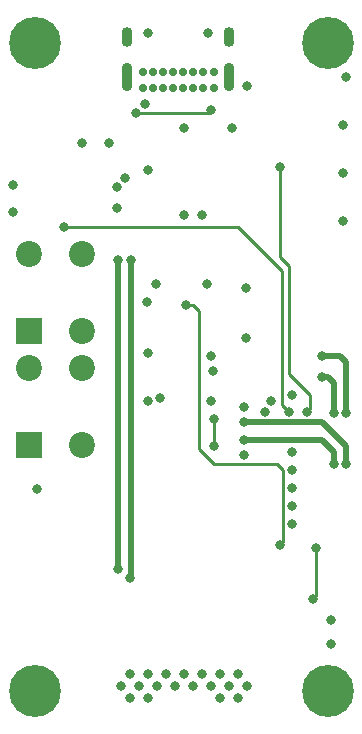
<source format=gbl>
%TF.GenerationSoftware,KiCad,Pcbnew,(6.0.2-0)*%
%TF.CreationDate,2022-06-16T14:33:15-07:00*%
%TF.ProjectId,delta,64656c74-612e-46b6-9963-61645f706362,v1*%
%TF.SameCoordinates,Original*%
%TF.FileFunction,Copper,L4,Bot*%
%TF.FilePolarity,Positive*%
%FSLAX46Y46*%
G04 Gerber Fmt 4.6, Leading zero omitted, Abs format (unit mm)*
G04 Created by KiCad (PCBNEW (6.0.2-0)) date 2022-06-16 14:33:15*
%MOMM*%
%LPD*%
G01*
G04 APERTURE LIST*
%TA.AperFunction,ComponentPad*%
%ADD10C,2.200000*%
%TD*%
%TA.AperFunction,ComponentPad*%
%ADD11R,2.200000X2.200000*%
%TD*%
%TA.AperFunction,ComponentPad*%
%ADD12C,4.400000*%
%TD*%
%TA.AperFunction,ComponentPad*%
%ADD13C,0.700000*%
%TD*%
%TA.AperFunction,ComponentPad*%
%ADD14O,0.900000X1.700000*%
%TD*%
%TA.AperFunction,ComponentPad*%
%ADD15O,0.900000X2.400000*%
%TD*%
%TA.AperFunction,ViaPad*%
%ADD16C,0.800000*%
%TD*%
%TA.AperFunction,Conductor*%
%ADD17C,0.250000*%
%TD*%
%TA.AperFunction,Conductor*%
%ADD18C,0.500000*%
%TD*%
G04 APERTURE END LIST*
D10*
X117566000Y-96924000D03*
X117566000Y-90424000D03*
X113066000Y-90424000D03*
D11*
X113066000Y-96924000D03*
X113066000Y-106628000D03*
D10*
X113066000Y-100128000D03*
X117566000Y-100128000D03*
X117566000Y-106628000D03*
D12*
X113600000Y-72600000D03*
D13*
X128705000Y-76415000D03*
X127855000Y-76415000D03*
X127005000Y-76415000D03*
X126155000Y-76415000D03*
X125305000Y-76415000D03*
X124455000Y-76415000D03*
X123605000Y-76415000D03*
X122755000Y-76415000D03*
X122755000Y-75065000D03*
X123605000Y-75065000D03*
X124455000Y-75065000D03*
X125305000Y-75065000D03*
X126155000Y-75065000D03*
X127005000Y-75065000D03*
X127855000Y-75065000D03*
X128705000Y-75065000D03*
D14*
X121405000Y-72055000D03*
X130055000Y-72055000D03*
D15*
X130055000Y-75435000D03*
X121405000Y-75435000D03*
D12*
X138400000Y-127400000D03*
X138400000Y-72600000D03*
X113600000Y-127400000D03*
D16*
X135382000Y-107188000D03*
X135382000Y-108712000D03*
X135382000Y-113284000D03*
X135382000Y-111760000D03*
X135382000Y-110236000D03*
X113792000Y-110363000D03*
X138684000Y-123444000D03*
X138684000Y-121412000D03*
X116078000Y-88138000D03*
X111760000Y-86868000D03*
X111760000Y-84582000D03*
X136652000Y-103798500D03*
X135128000Y-103798500D03*
X137160000Y-119634000D03*
X137414000Y-115316000D03*
X123190000Y-102870000D03*
X123190000Y-83312000D03*
X134366000Y-115062000D03*
X126365000Y-94742000D03*
X128524000Y-99060000D03*
X133604000Y-102870000D03*
X133096000Y-103798500D03*
X134366000Y-83058000D03*
X131445000Y-93345000D03*
X131445000Y-97536000D03*
X128651000Y-100330000D03*
X123190000Y-98806000D03*
X123063000Y-94488000D03*
X121666000Y-128016000D03*
X123190000Y-128016000D03*
X129286000Y-128016000D03*
X130810000Y-128016000D03*
X129286000Y-125984000D03*
X130810000Y-125984000D03*
X131572000Y-127000000D03*
X130048000Y-127000000D03*
X127762000Y-125984000D03*
X125476000Y-127000000D03*
X126238000Y-125984000D03*
X127000000Y-127000000D03*
X128524000Y-127000000D03*
X124714000Y-125984000D03*
X123952000Y-127000000D03*
X123190000Y-125984000D03*
X122428000Y-127000000D03*
X121666000Y-125984000D03*
X120904000Y-127000000D03*
X137922000Y-99060000D03*
X139954000Y-103886000D03*
X137922000Y-100838000D03*
X138938000Y-103886000D03*
X128778000Y-106680000D03*
X128778000Y-104394000D03*
X131318000Y-104648000D03*
X131318000Y-106172000D03*
X138938000Y-108204000D03*
X139954000Y-108204000D03*
X131318000Y-107442000D03*
X131318000Y-103378000D03*
X128524000Y-102870000D03*
X124206000Y-102616000D03*
X121200162Y-84027409D03*
X117602000Y-81026000D03*
X130302000Y-79756000D03*
X122880500Y-77724000D03*
X128270000Y-71755000D03*
X128143000Y-92964000D03*
X120529511Y-86546511D03*
X123190000Y-71755000D03*
X131572000Y-76200000D03*
X139700000Y-79502000D03*
X119888000Y-81026000D03*
X126238000Y-79756000D03*
X139954000Y-75438000D03*
X126242299Y-87117701D03*
X127762000Y-87122000D03*
X120529511Y-84768511D03*
X135382000Y-102362000D03*
X139700000Y-87630000D03*
X123825000Y-92964000D03*
X139700000Y-83566000D03*
X128524000Y-78232000D03*
X122174000Y-78486000D03*
X121666000Y-117856000D03*
X121683344Y-90975000D03*
X120650000Y-117094000D03*
X120650000Y-90932000D03*
D17*
X127000000Y-94742000D02*
X127508000Y-95250000D01*
X134620000Y-108712000D02*
X134620000Y-114808000D01*
X127508000Y-106934000D02*
X128778000Y-108204000D01*
X127508000Y-95250000D02*
X127508000Y-106934000D01*
X126365000Y-94742000D02*
X127000000Y-94742000D01*
X128778000Y-108204000D02*
X134112000Y-108204000D01*
X134112000Y-108204000D02*
X134620000Y-108712000D01*
X134620000Y-114808000D02*
X134366000Y-115062000D01*
X116078000Y-88138000D02*
X130810000Y-88138000D01*
X134532489Y-91860489D02*
X134532489Y-103202989D01*
X130810000Y-88138000D02*
X134532489Y-91860489D01*
X134532489Y-103202989D02*
X135128000Y-103798500D01*
X134366000Y-83058000D02*
X134366000Y-90704730D01*
X136906000Y-103544500D02*
X136652000Y-103798500D01*
X135128000Y-91466730D02*
X135128000Y-100584000D01*
X136906000Y-102362000D02*
X136906000Y-103544500D01*
X134366000Y-90704730D02*
X135128000Y-91466730D01*
X135128000Y-100584000D02*
X136906000Y-102362000D01*
X137414000Y-115316000D02*
X137414000Y-119380000D01*
X137414000Y-119380000D02*
X137160000Y-119634000D01*
D18*
X139954000Y-99568000D02*
X139446000Y-99060000D01*
X139954000Y-103886000D02*
X139954000Y-99568000D01*
X139446000Y-99060000D02*
X137922000Y-99060000D01*
X138684000Y-101092000D02*
X138430000Y-100838000D01*
X138938000Y-103886000D02*
X138938000Y-101346000D01*
X138430000Y-100838000D02*
X137922000Y-100838000D01*
X138938000Y-101346000D02*
X138684000Y-101092000D01*
D17*
X128778000Y-104394000D02*
X128778000Y-106680000D01*
D18*
X137922000Y-104648000D02*
X131318000Y-104648000D01*
X139192000Y-105918000D02*
X137922000Y-104648000D01*
X139954000Y-108204000D02*
X139954000Y-106680000D01*
X139954000Y-106680000D02*
X139192000Y-105918000D01*
X138430000Y-106680000D02*
X137922000Y-106172000D01*
X137922000Y-106172000D02*
X131318000Y-106172000D01*
X138938000Y-108204000D02*
X138938000Y-107188000D01*
X138938000Y-107188000D02*
X138430000Y-106680000D01*
D17*
X128270000Y-78486000D02*
X128524000Y-78232000D01*
X122174000Y-78486000D02*
X128270000Y-78486000D01*
D18*
X121683344Y-117838656D02*
X121666000Y-117856000D01*
X121683344Y-90975000D02*
X121683344Y-117838656D01*
X120650000Y-90932000D02*
X120650000Y-116840000D01*
X120650000Y-116840000D02*
X120650000Y-117094000D01*
M02*

</source>
